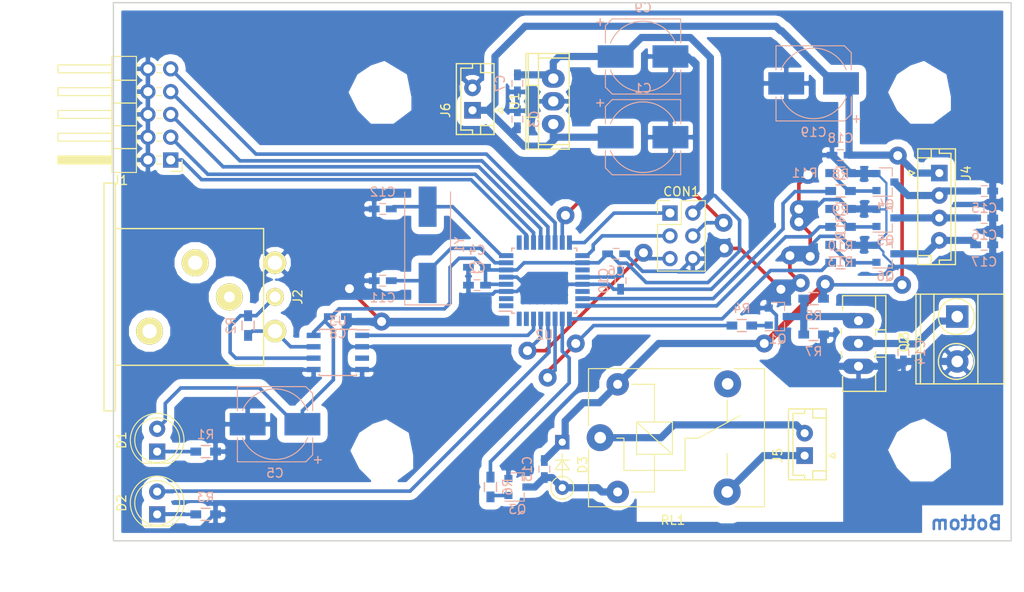
<source format=kicad_pcb>
(kicad_pcb (version 20170123) (host pcbnew "(2017-02-07 revision a5dcc192d)-master")
  (layers (0 F.Cu signal) (31 B.Cu signal) (34 B.Paste user) (35 F.Paste user) (36 B.SilkS user) (37 F.SilkS user) (38 B.Mask user) (39 F.Mask user) (44 Edge.Cuts user))
  (net 0 "")
  (net 1 GND)
  (net 2 +12V)
  (net 3 +5V)
  (net 4 "Net-(C10-Pad1)")
  (net 5 "Net-(C11-Pad2)")
  (net 6 "Net-(C12-Pad1)")
  (net 7 "Net-(C13-Pad2)")
  (net 8 "Net-(C14-Pad2)")
  (net 9 "Net-(C15-Pad1)")
  (net 10 "Net-(C16-Pad1)")
  (net 11 "Net-(C17-Pad1)")
  (net 12 /MISO)
  (net 13 /SCK)
  (net 14 /MOSI)
  (net 15 /RST)
  (net 16 "Net-(D1-Pad1)")
  (net 17 "Net-(D2-Pad2)")
  (net 18 "Net-(D2-Pad1)")
  (net 19 "Net-(J2-Pad2)")
  (net 20 "Net-(J2-Pad3)")
  (net 21 "Net-(Q1-Pad1)")
  (net 22 "Net-(Q3-Pad1)")
  (net 23 "Net-(Q4-Pad1)")
  (net 24 "Net-(Q5-Pad1)")
  (net 25 "Net-(Q6-Pad1)")
  (net 26 "Net-(R4-Pad2)")
  (net 27 "Net-(R6-Pad2)")
  (net 28 "Net-(R8-Pad2)")
  (net 29 "Net-(R9-Pad2)")
  (net 30 "Net-(R10-Pad2)")
  (net 31 "Net-(U2-Pad30)")
  (net 32 /A5)
  (net 33 /A4)
  (net 34 /A3)
  (net 35 /A2)
  (net 36 /A1)
  (net 37 "Net-(Q1-Pad3)")
  (net 38 /RELAY_A)
  (net 39 /RELAY_B)
  (module Connectors_JST:JST_EH_B02B-EH-A_02x2.50mm_Straight (layer F.Cu) (at 177 90.5 90)
    (fp_text reference J5 (at 0 -3 90) (layer F.SilkS))
    (fp_text value FogControl)
    (pad 1 thru_hole rect (at 0 0 90) (size 1.85 1.85) (drill 0.9) (layers *.Cu *.Mask) (net 38 /RELAY_A))
    (pad 2 thru_hole circle (at 2.5 0 90) (size 1.85 1.85) (drill 0.9) (layers *.Cu *.Mask) (net 39 /RELAY_B))
  )
  (module Mounting_Holes:MountingHole_3.2mm_M3 (layer F.Cu) (at 130 50)
    (fp_text reference REF** hide)
    (fp_text value MountingHole_3.2mm_M3)
    (pad 1 np_thru_hole circle (at 0 0) (size 3.2 3.2) (drill 3.2) (layers *.Cu *.Mask))
  )
  (module Mounting_Holes:MountingHole_3.2mm_M3 (layer F.Cu) (at 190 50)
    (fp_text reference REF** hide)
    (fp_text value MountingHole_3.2mm_M3)
    (pad 1 np_thru_hole circle (at 0 0) (size 3.2 3.2) (drill 3.2) (layers *.Cu *.Mask))
  )
  (module Mounting_Holes:MountingHole_3.2mm_M3 (layer F.Cu) (at 190 90)
    (fp_text reference REF** hide)
    (fp_text value MountingHole_3.2mm_M3)
    (pad 1 np_thru_hole circle (at 0 0) (size 3.2 3.2) (drill 3.2) (layers *.Cu *.Mask))
  )
  (module Mounting_Holes:MountingHole_3.2mm_M3 (layer F.Cu) (at 130 90)
    (fp_text reference REF** hide)
    (fp_text value MountingHole_3.2mm_M3)
    (pad 1 np_thru_hole circle (at 0 0) (size 3.2 3.2) (drill 3.2) (layers *.Cu *.Mask))
  )
  (module Capacitors_SMD:CP_Elec_8x10 (layer B.Cu) (at 159 55)
    (fp_text reference C1 (at 0 -5.4483) (layer B.SilkS) (effects (justify mirror)))
    (fp_text value 330u)
    (fp_text user + (at -4.7752 -3.8989) (layer B.SilkS) (effects (justify mirror)))
    (pad 2 smd rect (at 3.05 0 180) (size 4 2.5) (layers B.Cu B.Paste B.Mask) (net 1 GND))
    (pad 1 smd rect (at -3.05 0 180) (size 4 2.5) (layers B.Cu B.Paste B.Mask) (net 2 +12V))
  )
  (module Capacitors_SMD:C_0603_HandSoldering (layer B.Cu) (at 140.5 71.5 180)
    (fp_text reference C2 (at 0 1.9 180) (layer B.SilkS) (effects (justify mirror)))
    (fp_text value 100n)
    (pad 2 smd rect (at 0.95 0 180) (size 1.2 0.75) (layers B.Cu B.Paste B.Mask) (net 1 GND))
    (pad 1 smd rect (at -0.95 0 180) (size 1.2 0.75) (layers B.Cu B.Paste B.Mask) (net 3 +5V))
  )
  (module Capacitors_SMD:C_0603_HandSoldering (layer B.Cu) (at 145 53 90)
    (fp_text reference C3 (at 0 1.9 90) (layer B.SilkS) (effects (justify mirror)))
    (fp_text value 100n)
    (pad 1 smd rect (at -0.95 0 90) (size 1.2 0.75) (layers B.Cu B.Paste B.Mask) (net 2 +12V))
    (pad 2 smd rect (at 0.95 0 90) (size 1.2 0.75) (layers B.Cu B.Paste B.Mask) (net 1 GND))
  )
  (module Capacitors_SMD:C_0603_HandSoldering (layer B.Cu) (at 140.5 69.5 180)
    (fp_text reference C4 (at 0 1.9 180) (layer B.SilkS) (effects (justify mirror)))
    (fp_text value 100n)
    (pad 1 smd rect (at -0.95 0 180) (size 1.2 0.75) (layers B.Cu B.Paste B.Mask) (net 3 +5V))
    (pad 2 smd rect (at 0.95 0 180) (size 1.2 0.75) (layers B.Cu B.Paste B.Mask) (net 1 GND))
  )
  (module Capacitors_SMD:CP_Elec_8x10 (layer B.Cu) (at 118 87 180)
    (fp_text reference C5 (at 0 -5.4483 180) (layer B.SilkS) (effects (justify mirror)))
    (fp_text value 330u)
    (fp_text user + (at -4.7752 -3.8989 180) (layer B.SilkS) (effects (justify mirror)))
    (pad 1 smd rect (at -3.05 0) (size 4 2.5) (layers B.Cu B.Paste B.Mask) (net 3 +5V))
    (pad 2 smd rect (at 3.05 0) (size 4 2.5) (layers B.Cu B.Paste B.Mask) (net 1 GND))
  )
  (module Capacitors_SMD:C_0603_HandSoldering (layer B.Cu) (at 156 68)
    (fp_text reference C6 (at 0 1.9) (layer B.SilkS) (effects (justify mirror)))
    (fp_text value 100n)
    (pad 2 smd rect (at 0.95 0) (size 1.2 0.75) (layers B.Cu B.Paste B.Mask) (net 1 GND))
    (pad 1 smd rect (at -0.95 0) (size 1.2 0.75) (layers B.Cu B.Paste B.Mask) (net 3 +5V))
  )
  (module Capacitors_SMD:C_0603_HandSoldering (layer B.Cu) (at 145 49 270)
    (fp_text reference C7 (at 0 1.9 270) (layer B.SilkS) (effects (justify mirror)))
    (fp_text value 100n)
    (pad 1 smd rect (at -0.95 0 270) (size 1.2 0.75) (layers B.Cu B.Paste B.Mask) (net 3 +5V))
    (pad 2 smd rect (at 0.95 0 270) (size 1.2 0.75) (layers B.Cu B.Paste B.Mask) (net 1 GND))
  )
  (module Capacitors_SMD:C_0603_HandSoldering (layer B.Cu) (at 125 75)
    (fp_text reference C8 (at 0 1.9) (layer B.SilkS) (effects (justify mirror)))
    (fp_text value 100n)
    (pad 2 smd rect (at 0.95 0) (size 1.2 0.75) (layers B.Cu B.Paste B.Mask) (net 1 GND))
    (pad 1 smd rect (at -0.95 0) (size 1.2 0.75) (layers B.Cu B.Paste B.Mask) (net 3 +5V))
  )
  (module Capacitors_SMD:CP_Elec_8x10 (layer B.Cu) (at 159 46)
    (fp_text reference C9 (at 0 -5.4483) (layer B.SilkS) (effects (justify mirror)))
    (fp_text value 330u)
    (fp_text user + (at -4.7752 -3.8989) (layer B.SilkS) (effects (justify mirror)))
    (pad 2 smd rect (at 3.05 0 180) (size 4 2.5) (layers B.Cu B.Paste B.Mask) (net 1 GND))
    (pad 1 smd rect (at -3.05 0 180) (size 4 2.5) (layers B.Cu B.Paste B.Mask) (net 3 +5V))
  )
  (module Capacitors_SMD:C_0603_HandSoldering (layer B.Cu) (at 156.5 71 270)
    (fp_text reference C10 (at 0 1.9 270) (layer B.SilkS) (effects (justify mirror)))
    (fp_text value 100n)
    (pad 1 smd rect (at -0.95 0 270) (size 1.2 0.75) (layers B.Cu B.Paste B.Mask) (net 4 "Net-(C10-Pad1)"))
    (pad 2 smd rect (at 0.95 0 270) (size 1.2 0.75) (layers B.Cu B.Paste B.Mask) (net 1 GND))
  )
  (module Capacitors_SMD:C_0603_HandSoldering (layer B.Cu) (at 130 71)
    (fp_text reference C11 (at 0 1.9) (layer B.SilkS) (effects (justify mirror)))
    (fp_text value 27p)
    (pad 1 smd rect (at -0.95 0) (size 1.2 0.75) (layers B.Cu B.Paste B.Mask) (net 1 GND))
    (pad 2 smd rect (at 0.95 0) (size 1.2 0.75) (layers B.Cu B.Paste B.Mask) (net 5 "Net-(C11-Pad2)"))
  )
  (module Capacitors_SMD:C_0603_HandSoldering (layer B.Cu) (at 130 63 180)
    (fp_text reference C12 (at 0 1.9 180) (layer B.SilkS) (effects (justify mirror)))
    (fp_text value 27p)
    (pad 2 smd rect (at 0.95 0 180) (size 1.2 0.75) (layers B.Cu B.Paste B.Mask) (net 1 GND))
    (pad 1 smd rect (at -0.95 0 180) (size 1.2 0.75) (layers B.Cu B.Paste B.Mask) (net 6 "Net-(C12-Pad1)"))
  )
  (module Capacitors_SMD:C_0603_HandSoldering (layer B.Cu) (at 148 92 270)
    (fp_text reference C13 (at 0 1.9 270) (layer B.SilkS) (effects (justify mirror)))
    (fp_text value 100n)
    (pad 1 smd rect (at -0.95 0 270) (size 1.2 0.75) (layers B.Cu B.Paste B.Mask) (net 2 +12V))
    (pad 2 smd rect (at 0.95 0 270) (size 1.2 0.75) (layers B.Cu B.Paste B.Mask) (net 7 "Net-(C13-Pad2)"))
  )
  (module Capacitors_SMD:C_0603_HandSoldering (layer B.Cu) (at 188 79 90)
    (fp_text reference C14 (at 0 1.9 90) (layer B.SilkS) (effects (justify mirror)))
    (fp_text value 100n)
    (pad 2 smd rect (at 0.95 0 90) (size 1.2 0.75) (layers B.Cu B.Paste B.Mask) (net 8 "Net-(C14-Pad2)"))
    (pad 1 smd rect (at -0.95 0 90) (size 1.2 0.75) (layers B.Cu B.Paste B.Mask) (net 1 GND))
  )
  (module Capacitors_SMD:C_0603_HandSoldering (layer B.Cu) (at 197 61)
    (fp_text reference C15 (at 0 1.9) (layer B.SilkS) (effects (justify mirror)))
    (fp_text value 100n)
    (pad 2 smd rect (at 0.95 0) (size 1.2 0.75) (layers B.Cu B.Paste B.Mask) (net 1 GND))
    (pad 1 smd rect (at -0.95 0) (size 1.2 0.75) (layers B.Cu B.Paste B.Mask) (net 9 "Net-(C15-Pad1)"))
  )
  (module Capacitors_SMD:C_0603_HandSoldering (layer B.Cu) (at 197 64)
    (fp_text reference C16 (at 0 1.9) (layer B.SilkS) (effects (justify mirror)))
    (fp_text value 100n)
    (pad 1 smd rect (at -0.95 0) (size 1.2 0.75) (layers B.Cu B.Paste B.Mask) (net 10 "Net-(C16-Pad1)"))
    (pad 2 smd rect (at 0.95 0) (size 1.2 0.75) (layers B.Cu B.Paste B.Mask) (net 1 GND))
  )
  (module Capacitors_SMD:C_0603_HandSoldering (layer B.Cu) (at 197 67)
    (fp_text reference C17 (at 0 1.9) (layer B.SilkS) (effects (justify mirror)))
    (fp_text value 100n)
    (pad 2 smd rect (at 0.95 0) (size 1.2 0.75) (layers B.Cu B.Paste B.Mask) (net 1 GND))
    (pad 1 smd rect (at -0.95 0) (size 1.2 0.75) (layers B.Cu B.Paste B.Mask) (net 11 "Net-(C17-Pad1)"))
  )
  (module Capacitors_SMD:C_0603_HandSoldering (layer B.Cu) (at 181 57 180)
    (fp_text reference C18 (at 0 1.9 180) (layer B.SilkS) (effects (justify mirror)))
    (fp_text value 100n)
    (pad 1 smd rect (at -0.95 0 180) (size 1.2 0.75) (layers B.Cu B.Paste B.Mask) (net 2 +12V))
    (pad 2 smd rect (at 0.95 0 180) (size 1.2 0.75) (layers B.Cu B.Paste B.Mask) (net 1 GND))
  )
  (module Capacitors_SMD:CP_Elec_8x10 (layer B.Cu) (at 178 49 180)
    (fp_text reference C19 (at 0 -5.4483 180) (layer B.SilkS) (effects (justify mirror)))
    (fp_text value 330u)
    (fp_text user + (at -4.7752 -3.8989 180) (layer B.SilkS) (effects (justify mirror)))
    (pad 1 smd rect (at -3.05 0) (size 4 2.5) (layers B.Cu B.Paste B.Mask) (net 2 +12V))
    (pad 2 smd rect (at 3.05 0) (size 4 2.5) (layers B.Cu B.Paste B.Mask) (net 1 GND))
  )
  (module Pin_Headers:Pin_Header_Straight_2x03_Pitch2.54mm (layer F.Cu) (at 162 63.46)
    (fp_text reference CON1 (at 1.27 -2.39) (layer F.SilkS))
    (fp_text value AVR-ISP-6)
    (pad 1 thru_hole rect (at 0 0) (size 1.7 1.7) (drill 1) (layers *.Cu *.Mask) (net 12 /MISO))
    (pad 2 thru_hole oval (at 2.54 0) (size 1.7 1.7) (drill 1) (layers *.Cu *.Mask) (net 3 +5V))
    (pad 3 thru_hole oval (at 0 2.54) (size 1.7 1.7) (drill 1) (layers *.Cu *.Mask) (net 13 /SCK))
    (pad 4 thru_hole oval (at 2.54 2.54) (size 1.7 1.7) (drill 1) (layers *.Cu *.Mask) (net 14 /MOSI))
    (pad 5 thru_hole oval (at 0 5.08) (size 1.7 1.7) (drill 1) (layers *.Cu *.Mask) (net 15 /RST))
    (pad 6 thru_hole oval (at 2.54 5.08) (size 1.7 1.7) (drill 1) (layers *.Cu *.Mask) (net 1 GND))
  )
  (module LEDs:LED_D5.0mm (layer F.Cu) (at 104.872444 90.05252 90)
    (fp_text reference D1 (at 1.27 -3.96 90) (layer F.SilkS))
    (fp_text value GreenPwr)
    (pad 1 thru_hole rect (at 0 0 90) (size 1.8 1.8) (drill 0.9) (layers *.Cu *.Mask) (net 16 "Net-(D1-Pad1)"))
    (pad 2 thru_hole circle (at 2.54 0 90) (size 1.8 1.8) (drill 0.9) (layers *.Cu *.Mask) (net 3 +5V))
  )
  (module LEDs:LED_D5.0mm (layer F.Cu) (at 104.872444 97.05252 90)
    (fp_text reference D2 (at 1.27 -3.96 90) (layer F.SilkS))
    (fp_text value RedSignal)
    (pad 2 thru_hole circle (at 2.54 0 90) (size 1.8 1.8) (drill 0.9) (layers *.Cu *.Mask) (net 17 "Net-(D2-Pad2)"))
    (pad 1 thru_hole rect (at 0 0 90) (size 1.8 1.8) (drill 0.9) (layers *.Cu *.Mask) (net 18 "Net-(D2-Pad1)"))
  )
  (module Diodes_THT:D_DO-35_SOD27_P5.08mm_Vertical_KathodeUp (layer F.Cu) (at 150 89 270)
    (fp_text reference D3 (at 2.54 -2.266371 270) (layer F.SilkS))
    (fp_text value 1N4001)
    (pad 1 thru_hole rect (at 0 0 270) (size 1.6 1.6) (drill 0.8) (layers *.Cu *.Mask) (net 2 +12V))
    (pad 2 thru_hole oval (at 5.08 0 270) (size 1.6 1.6) (drill 0.8) (layers *.Cu *.Mask) (net 7 "Net-(C13-Pad2)"))
  )
  (module xlr:XLR_NC3_MAH (layer F.Cu) (at 118 72.81 90)
    (fp_text reference J2 (at 0 2.54 90) (layer F.SilkS))
    (fp_text value DmxIn)
    (pad 1 thru_hole circle (at 3.81 0 90) (size 2.5 2.5) (drill 1.6) (layers *.Cu *.Mask F.SilkS) (net 1 GND))
    (pad 2 thru_hole circle (at -3.81 0 90) (size 2.5 2.5) (drill 1.6) (layers *.Cu *.Mask F.SilkS) (net 19 "Net-(J2-Pad2)"))
    (pad 3 thru_hole circle (at 0 0 90) (size 2 2) (drill 1.2) (layers *.Cu *.Mask F.SilkS) (net 20 "Net-(J2-Pad3)"))
    (pad "" thru_hole circle (at 0 -5.08 90) (size 3 3) (drill 1.2) (layers *.Cu *.Mask F.SilkS))
    (pad "" np_thru_hole circle (at 3.81 -8.89 90) (size 3 3) (drill 1.6) (layers *.Cu *.Mask F.SilkS))
    (pad "" np_thru_hole circle (at -3.81 -13.97 90) (size 3 3) (drill 1.6) (layers *.Cu *.Mask F.SilkS))
  )
  (module Connectors_Terminal_Blocks:TerminalBlock_Pheonix_MKDS1.5-2pol (layer F.Cu) (at 194 75 270)
    (fp_text reference J3 (at 2.5 5.9 270) (layer F.SilkS))
    (fp_text value "LED Strobe")
    (pad 1 thru_hole rect (at 0 0 270) (size 2.5 2.5) (drill 1.3) (layers *.Cu *.Mask) (net 8 "Net-(C14-Pad2)"))
    (pad 2 thru_hole circle (at 5 0 270) (size 2.5 2.5) (drill 1.3) (layers *.Cu *.Mask) (net 1 GND))
  )
  (module Connectors_JST:JST_EH_B04B-EH-A_04x2.50mm_Straight (layer F.Cu) (at 192 59 270)
    (fp_text reference J4 (at 0 -3 270) (layer F.SilkS))
    (fp_text value RGB)
    (pad 1 thru_hole rect (at 0 0 270) (size 1.85 1.85) (drill 0.9) (layers *.Cu *.Mask) (net 2 +12V))
    (pad 2 thru_hole circle (at 2.5 0 270) (size 1.85 1.85) (drill 0.9) (layers *.Cu *.Mask) (net 9 "Net-(C15-Pad1)"))
    (pad 3 thru_hole circle (at 5 0 270) (size 1.85 1.85) (drill 0.9) (layers *.Cu *.Mask) (net 10 "Net-(C16-Pad1)"))
    (pad 4 thru_hole circle (at 7.5 0 270) (size 1.85 1.85) (drill 0.9) (layers *.Cu *.Mask) (net 11 "Net-(C17-Pad1)"))
  )
  (module TO_SOT_Packages_SMD:SOT-23 (layer B.Cu) (at 174 75)
    (fp_text reference Q1 (at 0 2.5) (layer B.SilkS) (effects (justify mirror)))
    (fp_text value BC848B)
    (pad 1 smd rect (at -1 0.95) (size 0.9 0.8) (layers B.Cu B.Paste B.Mask) (net 21 "Net-(Q1-Pad1)"))
    (pad 2 smd rect (at -1 -0.95) (size 0.9 0.8) (layers B.Cu B.Paste B.Mask) (net 1 GND))
    (pad 3 smd rect (at 1 0) (size 0.9 0.8) (layers B.Cu B.Paste B.Mask) (net 37 "Net-(Q1-Pad3)"))
  )
  (module TO_SOT_Packages_THT:TO-220_Neutral123_Vertical_LargePads (layer F.Cu) (at 183 78 270)
    (fp_text reference Q2 (at 0 -5.08 270) (layer F.SilkS))
    (fp_text value RF540N)
    (pad 2 thru_hole oval (at 0 0) (size 3.50012 1.69926) (drill 1.00076) (layers *.Cu *.Mask) (net 8 "Net-(C14-Pad2)"))
    (pad 1 thru_hole oval (at -2.54 0) (size 3.50012 1.69926) (drill 1.00076) (layers *.Cu *.Mask) (net 37 "Net-(Q1-Pad3)"))
    (pad 3 thru_hole oval (at 2.54 0) (size 3.50012 1.69926) (drill 1.00076) (layers *.Cu *.Mask) (net 1 GND))
  )
  (module TO_SOT_Packages_SMD:SOT-23 (layer B.Cu) (at 145 94)
    (fp_text reference Q3 (at 0 2.5) (layer B.SilkS) (effects (justify mirror)))
    (fp_text value BC848B)
    (pad 3 smd rect (at 1 0) (size 0.9 0.8) (layers B.Cu B.Paste B.Mask) (net 7 "Net-(C13-Pad2)"))
    (pad 2 smd rect (at -1 -0.95) (size 0.9 0.8) (layers B.Cu B.Paste B.Mask) (net 1 GND))
    (pad 1 smd rect (at -1 0.95) (size 0.9 0.8) (layers B.Cu B.Paste B.Mask) (net 22 "Net-(Q3-Pad1)"))
  )
  (module TO_SOT_Packages_SMD:SOT-23 (layer B.Cu) (at 186 60)
    (fp_text reference Q4 (at 0 2.5) (layer B.SilkS) (effects (justify mirror)))
    (fp_text value Si2302DS)
    (pad 1 smd rect (at -1 0.95) (size 0.9 0.8) (layers B.Cu B.Paste B.Mask) (net 23 "Net-(Q4-Pad1)"))
    (pad 2 smd rect (at -1 -0.95) (size 0.9 0.8) (layers B.Cu B.Paste B.Mask) (net 1 GND))
    (pad 3 smd rect (at 1 0) (size 0.9 0.8) (layers B.Cu B.Paste B.Mask) (net 9 "Net-(C15-Pad1)"))
  )
  (module TO_SOT_Packages_SMD:SOT-23 (layer B.Cu) (at 186 64)
    (fp_text reference Q5 (at 0 2.5) (layer B.SilkS) (effects (justify mirror)))
    (fp_text value Si2302DS)
    (pad 3 smd rect (at 1 0) (size 0.9 0.8) (layers B.Cu B.Paste B.Mask) (net 10 "Net-(C16-Pad1)"))
    (pad 2 smd rect (at -1 -0.95) (size 0.9 0.8) (layers B.Cu B.Paste B.Mask) (net 1 GND))
    (pad 1 smd rect (at -1 0.95) (size 0.9 0.8) (layers B.Cu B.Paste B.Mask) (net 24 "Net-(Q5-Pad1)"))
  )
  (module TO_SOT_Packages_SMD:SOT-23 (layer B.Cu) (at 186 68)
    (fp_text reference Q6 (at 0 2.5) (layer B.SilkS) (effects (justify mirror)))
    (fp_text value Si2302DS)
    (pad 1 smd rect (at -1 0.95) (size 0.9 0.8) (layers B.Cu B.Paste B.Mask) (net 25 "Net-(Q6-Pad1)"))
    (pad 2 smd rect (at -1 -0.95) (size 0.9 0.8) (layers B.Cu B.Paste B.Mask) (net 1 GND))
    (pad 3 smd rect (at 1 0) (size 0.9 0.8) (layers B.Cu B.Paste B.Mask) (net 11 "Net-(C17-Pad1)"))
  )
  (module Resistors_SMD:R_0603_HandSoldering (layer B.Cu) (at 110.272444 90.05252 180)
    (fp_text reference R1 (at 0 1.9 180) (layer B.SilkS) (effects (justify mirror)))
    (fp_text value 330)
    (pad 1 smd rect (at -1.1 0 180) (size 1.2 0.9) (layers B.Cu B.Paste B.Mask) (net 1 GND))
    (pad 2 smd rect (at 1.1 0 180) (size 1.2 0.9) (layers B.Cu B.Paste B.Mask) (net 16 "Net-(D1-Pad1)"))
  )
  (module Resistors_SMD:R_0603_HandSoldering (layer B.Cu) (at 115 76 270)
    (fp_text reference R2 (at 0 1.9 270) (layer B.SilkS) (effects (justify mirror)))
    (fp_text value 120?)
    (pad 1 smd rect (at -1.1 0 270) (size 1.2 0.9) (layers B.Cu B.Paste B.Mask) (net 20 "Net-(J2-Pad3)"))
    (pad 2 smd rect (at 1.1 0 270) (size 1.2 0.9) (layers B.Cu B.Paste B.Mask) (net 19 "Net-(J2-Pad2)"))
  )
  (module Resistors_SMD:R_0603_HandSoldering (layer B.Cu) (at 110.272444 97.05252 180)
    (fp_text reference R3 (at 0 1.9 180) (layer B.SilkS) (effects (justify mirror)))
    (fp_text value 330)
    (pad 2 smd rect (at 1.1 0 180) (size 1.2 0.9) (layers B.Cu B.Paste B.Mask) (net 18 "Net-(D2-Pad1)"))
    (pad 1 smd rect (at -1.1 0 180) (size 1.2 0.9) (layers B.Cu B.Paste B.Mask) (net 1 GND))
  )
  (module Resistors_SMD:R_0603_HandSoldering (layer B.Cu) (at 170 76 180)
    (fp_text reference R4 (at 0 1.9 180) (layer B.SilkS) (effects (justify mirror)))
    (fp_text value 330)
    (pad 2 smd rect (at 1.1 0 180) (size 1.2 0.9) (layers B.Cu B.Paste B.Mask) (net 26 "Net-(R4-Pad2)"))
    (pad 1 smd rect (at -1.1 0 180) (size 1.2 0.9) (layers B.Cu B.Paste B.Mask) (net 21 "Net-(Q1-Pad1)"))
  )
  (module Resistors_SMD:R_0603_HandSoldering (layer B.Cu) (at 178 73)
    (fp_text reference R5 (at 0 1.9) (layer B.SilkS) (effects (justify mirror)))
    (fp_text value 10k)
    (pad 1 smd rect (at -1.1 0) (size 1.2 0.9) (layers B.Cu B.Paste B.Mask) (net 37 "Net-(Q1-Pad3)"))
    (pad 2 smd rect (at 1.1 0) (size 1.2 0.9) (layers B.Cu B.Paste B.Mask) (net 2 +12V))
  )
  (module Resistors_SMD:R_0603_HandSoldering (layer B.Cu) (at 142 94 90)
    (fp_text reference R6 (at 0 1.9 90) (layer B.SilkS) (effects (justify mirror)))
    (fp_text value 330)
    (pad 2 smd rect (at 1.1 0 90) (size 1.2 0.9) (layers B.Cu B.Paste B.Mask) (net 27 "Net-(R6-Pad2)"))
    (pad 1 smd rect (at -1.1 0 90) (size 1.2 0.9) (layers B.Cu B.Paste B.Mask) (net 22 "Net-(Q3-Pad1)"))
  )
  (module Resistors_SMD:R_0603_HandSoldering (layer B.Cu) (at 178 77)
    (fp_text reference R7 (at 0 1.9) (layer B.SilkS) (effects (justify mirror)))
    (fp_text value 1M)
    (pad 2 smd rect (at 1.1 0) (size 1.2 0.9) (layers B.Cu B.Paste B.Mask) (net 1 GND))
    (pad 1 smd rect (at -1.1 0) (size 1.2 0.9) (layers B.Cu B.Paste B.Mask) (net 37 "Net-(Q1-Pad3)"))
  )
  (module Resistors_SMD:R_0603_HandSoldering (layer B.Cu) (at 181 61 180)
    (fp_text reference R8 (at 0 1.9 180) (layer B.SilkS) (effects (justify mirror)))
    (fp_text value 100)
    (pad 1 smd rect (at -1.1 0 180) (size 1.2 0.9) (layers B.Cu B.Paste B.Mask) (net 23 "Net-(Q4-Pad1)"))
    (pad 2 smd rect (at 1.1 0 180) (size 1.2 0.9) (layers B.Cu B.Paste B.Mask) (net 28 "Net-(R8-Pad2)"))
  )
  (module Resistors_SMD:R_0603_HandSoldering (layer B.Cu) (at 181 65 180)
    (fp_text reference R9 (at 0 1.9 180) (layer B.SilkS) (effects (justify mirror)))
    (fp_text value 100)
    (pad 1 smd rect (at -1.1 0 180) (size 1.2 0.9) (layers B.Cu B.Paste B.Mask) (net 24 "Net-(Q5-Pad1)"))
    (pad 2 smd rect (at 1.1 0 180) (size 1.2 0.9) (layers B.Cu B.Paste B.Mask) (net 29 "Net-(R9-Pad2)"))
  )
  (module Resistors_SMD:R_0603_HandSoldering (layer B.Cu) (at 181 69 180)
    (fp_text reference R10 (at 0 1.9 180) (layer B.SilkS) (effects (justify mirror)))
    (fp_text value 100)
    (pad 1 smd rect (at -1.1 0 180) (size 1.2 0.9) (layers B.Cu B.Paste B.Mask) (net 25 "Net-(Q6-Pad1)"))
    (pad 2 smd rect (at 1.1 0 180) (size 1.2 0.9) (layers B.Cu B.Paste B.Mask) (net 30 "Net-(R10-Pad2)"))
  )
  (module Resistors_SMD:R_0603_HandSoldering (layer B.Cu) (at 181 59)
    (fp_text reference R11 (at -4 0) (layer B.SilkS) (effects (justify mirror)))
    (fp_text value 1M)
    (pad 2 smd rect (at 1.1 0) (size 1.2 0.9) (layers B.Cu B.Paste B.Mask) (net 1 GND))
    (pad 1 smd rect (at -1.1 0) (size 1.2 0.9) (layers B.Cu B.Paste B.Mask) (net 23 "Net-(Q4-Pad1)"))
  )
  (module Resistors_SMD:R_0603_HandSoldering (layer B.Cu) (at 181 63)
    (fp_text reference R12 (at 0 1.9 90) (layer B.SilkS) (effects (justify mirror)))
    (fp_text value 1M)
    (pad 2 smd rect (at 1.1 0) (size 1.2 0.9) (layers B.Cu B.Paste B.Mask) (net 1 GND))
    (pad 1 smd rect (at -1.1 0) (size 1.2 0.9) (layers B.Cu B.Paste B.Mask) (net 24 "Net-(Q5-Pad1)"))
  )
  (module Resistors_SMD:R_0603_HandSoldering (layer B.Cu) (at 181 67)
    (fp_text reference R13 (at 0 1.9) (layer B.SilkS) (effects (justify mirror)))
    (fp_text value 1M)
    (pad 1 smd rect (at -1.1 0) (size 1.2 0.9) (layers B.Cu B.Paste B.Mask) (net 25 "Net-(Q6-Pad1)"))
    (pad 2 smd rect (at 1.1 0) (size 1.2 0.9) (layers B.Cu B.Paste B.Mask) (net 1 GND))
  )
  (module finder:Relay_Finder_series36 (layer F.Cu) (at 154.222444 88.50252)
    (fp_text reference RL1 (at 8.1 9.2) (layer F.SilkS))
    (fp_text value FINDER-36.11.4001)
    (pad 11 thru_hole circle (at 0 0 90) (size 3 3) (drill 1.3) (layers *.Cu *.Mask) (net 39 /RELAY_B))
    (pad A1 thru_hole circle (at 1.95 -5.95 90) (size 2.5 2.5) (drill 1) (layers *.Cu *.Mask) (net 2 +12V))
    (pad 12 thru_hole circle (at 14.2 -6 90) (size 3 3) (drill 1.3) (layers *.Cu *.Mask))
    (pad 14 thru_hole circle (at 14.15 6.05 90) (size 3 3) (drill 1.3) (layers *.Cu *.Mask) (net 38 /RELAY_A))
    (pad A2 thru_hole circle (at 1.95 6.05 90) (size 2.5 2.5) (drill 1) (layers *.Cu *.Mask) (net 7 "Net-(C13-Pad2)"))
  )
  (module Housings_QFP:TQFP-32_7x7mm_Pitch0.8mm (layer B.Cu) (at 148 71)
    (fp_text reference U2 (at 0 6.05) (layer B.SilkS) (effects (justify mirror)))
    (fp_text value ATMEGA88-20AU)
    (pad 1 smd rect (at -4.25 2.8) (size 1.6 0.55) (layers B.Cu B.Paste B.Mask))
    (pad 2 smd rect (at -4.25 2) (size 1.6 0.55) (layers B.Cu B.Paste B.Mask))
    (pad 3 smd rect (at -4.25 1.2) (size 1.6 0.55) (layers B.Cu B.Paste B.Mask) (net 1 GND))
    (pad 4 smd rect (at -4.25 0.4) (size 1.6 0.55) (layers B.Cu B.Paste B.Mask) (net 3 +5V))
    (pad 5 smd rect (at -4.25 -0.4) (size 1.6 0.55) (layers B.Cu B.Paste B.Mask) (net 1 GND))
    (pad 6 smd rect (at -4.25 -1.2) (size 1.6 0.55) (layers B.Cu B.Paste B.Mask) (net 3 +5V))
    (pad 7 smd rect (at -4.25 -2) (size 1.6 0.55) (layers B.Cu B.Paste B.Mask) (net 5 "Net-(C11-Pad2)"))
    (pad 8 smd rect (at -4.25 -2.8) (size 1.6 0.55) (layers B.Cu B.Paste B.Mask) (net 6 "Net-(C12-Pad1)"))
    (pad 9 smd rect (at -2.8 -4.25 270) (size 1.6 0.55) (layers B.Cu B.Paste B.Mask))
    (pad 10 smd rect (at -2 -4.25 270) (size 1.6 0.55) (layers B.Cu B.Paste B.Mask) (net 32 /A5))
    (pad 11 smd rect (at -1.2 -4.25 270) (size 1.6 0.55) (layers B.Cu B.Paste B.Mask) (net 33 /A4))
    (pad 12 smd rect (at -0.4 -4.25 270) (size 1.6 0.55) (layers B.Cu B.Paste B.Mask) (net 34 /A3))
    (pad 13 smd rect (at 0.4 -4.25 270) (size 1.6 0.55) (layers B.Cu B.Paste B.Mask) (net 35 /A2))
    (pad 14 smd rect (at 1.2 -4.25 270) (size 1.6 0.55) (layers B.Cu B.Paste B.Mask) (net 36 /A1))
    (pad 15 smd rect (at 2 -4.25 270) (size 1.6 0.55) (layers B.Cu B.Paste B.Mask) (net 14 /MOSI))
    (pad 16 smd rect (at 2.8 -4.25 270) (size 1.6 0.55) (layers B.Cu B.Paste B.Mask) (net 12 /MISO))
    (pad 17 smd rect (at 4.25 -2.8) (size 1.6 0.55) (layers B.Cu B.Paste B.Mask) (net 13 /SCK))
    (pad 18 smd rect (at 4.25 -2) (size 1.6 0.55) (layers B.Cu B.Paste B.Mask) (net 3 +5V))
    (pad 19 smd rect (at 4.25 -1.2) (size 1.6 0.55) (layers B.Cu B.Paste B.Mask))
    (pad 20 smd rect (at 4.25 -0.4) (size 1.6 0.55) (layers B.Cu B.Paste B.Mask) (net 4 "Net-(C10-Pad1)"))
    (pad 21 smd rect (at 4.25 0.4) (size 1.6 0.55) (layers B.Cu B.Paste B.Mask) (net 1 GND))
    (pad 22 smd rect (at 4.25 1.2) (size 1.6 0.55) (layers B.Cu B.Paste B.Mask))
    (pad 23 smd rect (at 4.25 2) (size 1.6 0.55) (layers B.Cu B.Paste B.Mask) (net 28 "Net-(R8-Pad2)"))
    (pad 24 smd rect (at 4.25 2.8) (size 1.6 0.55) (layers B.Cu B.Paste B.Mask) (net 29 "Net-(R9-Pad2)"))
    (pad 25 smd rect (at 2.8 4.25 270) (size 1.6 0.55) (layers B.Cu B.Paste B.Mask) (net 30 "Net-(R10-Pad2)"))
    (pad 26 smd rect (at 2 4.25 270) (size 1.6 0.55) (layers B.Cu B.Paste B.Mask) (net 27 "Net-(R6-Pad2)"))
    (pad 27 smd rect (at 1.2 4.25 270) (size 1.6 0.55) (layers B.Cu B.Paste B.Mask) (net 26 "Net-(R4-Pad2)"))
    (pad 28 smd rect (at 0.4 4.25 270) (size 1.6 0.55) (layers B.Cu B.Paste B.Mask) (net 17 "Net-(D2-Pad2)"))
    (pad 29 smd rect (at -0.4 4.25 270) (size 1.6 0.55) (layers B.Cu B.Paste B.Mask) (net 15 /RST))
    (pad 30 smd rect (at -1.2 4.25 270) (size 1.6 0.55) (layers B.Cu B.Paste B.Mask) (net 31 "Net-(U2-Pad30)"))
    (pad 31 smd rect (at -2 4.25 270) (size 1.6 0.55) (layers B.Cu B.Paste B.Mask))
    (pad 32 smd rect (at -2.8 4.25 270) (size 1.6 0.55) (layers B.Cu B.Paste B.Mask))
  )
  (module Housings_SOIC:SOIC-8_3.9x4.9mm_Pitch1.27mm (layer B.Cu) (at 125 79 180)
    (fp_text reference U3 (at 0 3.5 180) (layer B.SilkS) (effects (justify mirror)))
    (fp_text value SP3485EN)
    (pad 1 smd rect (at -2.7 1.905 180) (size 1.55 0.6) (layers B.Cu B.Paste B.Mask) (net 31 "Net-(U2-Pad30)"))
    (pad 2 smd rect (at -2.7 0.635 180) (size 1.55 0.6) (layers B.Cu B.Paste B.Mask) (net 1 GND))
    (pad 3 smd rect (at -2.7 -0.635 180) (size 1.55 0.6) (layers B.Cu B.Paste B.Mask))
    (pad 4 smd rect (at -2.7 -1.905 180) (size 1.55 0.6) (layers B.Cu B.Paste B.Mask) (net 1 GND))
    (pad 5 smd rect (at 2.7 -1.905 180) (size 1.55 0.6) (layers B.Cu B.Paste B.Mask) (net 1 GND))
    (pad 6 smd rect (at 2.7 -0.635 180) (size 1.55 0.6) (layers B.Cu B.Paste B.Mask) (net 20 "Net-(J2-Pad3)"))
    (pad 7 smd rect (at 2.7 0.635 180) (size 1.55 0.6) (layers B.Cu B.Paste B.Mask) (net 19 "Net-(J2-Pad2)"))
    (pad 8 smd rect (at 2.7 1.905 180) (size 1.55 0.6) (layers B.Cu B.Paste B.Mask) (net 3 +5V))
  )
  (module Power_Integrations:TO-220 (layer F.Cu) (at 149 51 90)
    (fp_text reference U1 (at 0 -4.318 90) (layer F.SilkS))
    (fp_text value LM7805CT)
    (pad 2 thru_hole oval (at 0 0 90) (size 2.032 2.54) (drill 1.143) (layers *.Cu *.Mask) (net 1 GND))
    (pad 3 thru_hole oval (at 2.54 0 90) (size 2.032 2.54) (drill 1.143) (layers *.Cu *.Mask) (net 3 +5V))
    (pad 1 thru_hole oval (at -2.54 0 90) (size 2.032 2.54) (drill 1.143) (layers *.Cu *.Mask) (net 2 +12V))
  )
  (module Connectors_JST:JST_EH_B02B-EH-A_02x2.50mm_Straight (layer F.Cu) (at 140 52 90)
    (fp_text reference J6 (at 0 -3 90) (layer F.SilkS))
    (fp_text value Power)
    (pad 1 thru_hole rect (at 0 0 90) (size 1.85 1.85) (drill 0.9) (layers *.Cu *.Mask) (net 2 +12V))
    (pad 2 thru_hole circle (at 2.5 0 90) (size 1.85 1.85) (drill 0.9) (layers *.Cu *.Mask) (net 1 GND))
  )
  (module Pin_Headers:Pin_Header_Angled_2x05_Pitch2.54mm (layer F.Cu) (at 106.38 57.54 180)
    (fp_text reference J1 (at 5.585 -2.27 180) (layer F.SilkS))
    (fp_text value CONN_02X05)
    (pad 1 thru_hole rect (at 0 0 180) (size 1.7 1.7) (drill 1) (layers *.Cu *.Mask) (net 32 /A5))
    (pad 2 thru_hole oval (at 2.54 0 180) (size 1.7 1.7) (drill 1) (layers *.Cu *.Mask) (net 1 GND))
    (pad 3 thru_hole oval (at 0 2.54 180) (size 1.7 1.7) (drill 1) (layers *.Cu *.Mask) (net 33 /A4))
    (pad 4 thru_hole oval (at 2.54 2.54 180) (size 1.7 1.7) (drill 1) (layers *.Cu *.Mask) (net 1 GND))
    (pad 5 thru_hole oval (at 0 5.08 180) (size 1.7 1.7) (drill 1) (layers *.Cu *.Mask) (net 34 /A3))
    (pad 6 thru_hole oval (at 2.54 5.08 180) (size 1.7 1.7) (drill 1) (layers *.Cu *.Mask) (net 1 GND))
    (pad 7 thru_hole oval (at 0 7.62 180) (size 1.7 1.7) (drill 1) (layers *.Cu *.Mask) (net 35 /A2))
    (pad 8 thru_hole oval (at 2.54 7.62 180) (size 1.7 1.7) (drill 1) (layers *.Cu *.Mask) (net 1 GND))
    (pad 9 thru_hole oval (at 0 10.16 180) (size 1.7 1.7) (drill 1) (layers *.Cu *.Mask) (net 36 /A1))
    (pad 10 thru_hole oval (at 2.54 10.16 180) (size 1.7 1.7) (drill 1) (layers *.Cu *.Mask) (net 1 GND))
  )
  (module Crystals:Crystal_SMD_HC49-SD (layer B.Cu) (at 135 67 90)
    (fp_text reference Y1 (at 0 3.55 90) (layer B.SilkS) (effects (justify mirror)))
    (fp_text value 16M0837)
    (pad 1 smd rect (at -4.25 0 90) (size 4.5 2) (layers B.Cu B.Mask) (net 5 "Net-(C11-Pad2)"))
    (pad 2 smd rect (at 4.25 0 90) (size 4.5 2) (layers B.Cu B.Mask) (net 6 "Net-(C12-Pad1)"))
  )
  (gr_text Bottom (at 195 98) (layer B.Cu) (effects (font (size 1.5 1.5) (thickness 0.3)) (justify mirror)))
  (gr_line (start 200 40) (end 200 100) (layer Edge.Cuts) (width 0.15))
  (gr_line (start 100 40) (end 200 40) (layer Edge.Cuts) (width 0.15))
  (gr_line (start 100 100) (end 100 40) (layer Edge.Cuts) (width 0.15))
  (gr_line (start 200 100) (end 100 100) (layer Edge.Cuts) (width 0.15))
  (segment (start 176.262062 79.19006) (end 179.1 79.19006) (width 0.4) (layer B.Cu) (net 1))
  (segment (start 173.05 74.05) (end 173.85 74.85) (width 0.4) (layer B.Cu) (net 1))
  (segment (start 173.85 76.777998) (end 176.262062 79.19006) (width 0.4) (layer B.Cu) (net 1))
  (segment (start 173.85 74.85) (end 173.85 76.777998) (width 0.4) (layer B.Cu) (net 1))
  (segment (start 173 74.05) (end 173.05 74.05) (width 0.4) (layer B.Cu) (net 1))
  (segment (start 186.105939 62.957998) (end 186.105939 65.774) (width 0.25) (layer B.Cu) (net 1))
  (segment (start 186.105939 65.774) (end 185 66.879939) (width 0.25) (layer B.Cu) (net 1))
  (segment (start 185 66.879939) (end 185 67.05) (width 0.25) (layer B.Cu) (net 1))
  (segment (start 125.95 75.039941) (end 126.462579 75.55252) (width 0.8) (layer B.Cu) (net 1))
  (segment (start 126.462579 75.55252) (end 129.872444 75.55252) (width 0.8) (layer B.Cu) (net 1))
  (segment (start 125.95 75) (end 125.95 75.039941) (width 0.8) (layer B.Cu) (net 1))
  (segment (start 126.294999 71.975075) (end 126.294999 71.88494) (width 0.4) (layer F.Cu) (net 1))
  (segment (start 129.872444 75.55252) (end 126.294999 71.975075) (width 0.4) (layer F.Cu) (net 1))
  (segment (start 127.179939 71) (end 126.294999 71.88494) (width 0.4) (layer B.Cu) (net 1))
  (segment (start 129.05 71) (end 127.179939 71) (width 0.4) (layer B.Cu) (net 1))
  (via (at 126.294999 71.88494) (size 2) (drill 1) (layers F.Cu B.Cu) (net 1))
  (segment (start 167.048981 68.401044) (end 168.04898 67.401045) (width 0.4) (layer B.Cu) (net 1))
  (segment (start 164.54 68.54) (end 166.910025 68.54) (width 0.4) (layer B.Cu) (net 1))
  (segment (start 169.463193 67.401045) (end 168.04898 67.401045) (width 0.4) (layer F.Cu) (net 1))
  (via (at 168.04898 67.401045) (size 2) (drill 1) (layers F.Cu B.Cu) (net 1))
  (segment (start 166.910025 68.54) (end 167.048981 68.401044) (width 0.4) (layer B.Cu) (net 1))
  (segment (start 174.355939 71.957998) (end 169.798986 67.401045) (width 0.4) (layer F.Cu) (net 1))
  (segment (start 169.798986 67.401045) (end 169.463193 67.401045) (width 0.4) (layer F.Cu) (net 1))
  (segment (start 163.910059 46) (end 164.794999 46.88494) (width 0.8) (layer B.Cu) (net 1))
  (segment (start 162.05 46) (end 163.910059 46) (width 0.8) (layer B.Cu) (net 1))
  (segment (start 111.372444 97.05252) (end 111.222444 97.05252) (width 0.4) (layer B.Cu) (net 1))
  (segment (start 104.372444 92.05252) (end 109.222444 92.05252) (width 0.4) (layer B.Cu) (net 1))
  (segment (start 111.222444 97.05252) (end 109.472444 98.80252) (width 0.4) (layer B.Cu) (net 1))
  (segment (start 103.372444 98.80252) (end 102.372444 97.80252) (width 0.4) (layer B.Cu) (net 1))
  (segment (start 109.472444 98.80252) (end 103.372444 98.80252) (width 0.4) (layer B.Cu) (net 1))
  (segment (start 102.372444 97.80252) (end 102.372444 94.05252) (width 0.4) (layer B.Cu) (net 1))
  (segment (start 102.372444 94.05252) (end 104.372444 92.05252) (width 0.4) (layer B.Cu) (net 1))
  (segment (start 109.222444 92.05252) (end 109.472444 91.80252) (width 0.4) (layer B.Cu) (net 1))
  (segment (start 109.472444 91.80252) (end 110.872444 91.80252) (width 0.4) (layer B.Cu) (net 1))
  (segment (start 110.872444 91.80252) (end 111.372444 91.30252) (width 0.4) (layer B.Cu) (net 1))
  (segment (start 111.372444 91.30252) (end 111.372444 90.05252) (width 0.4) (layer B.Cu) (net 1))
  (segment (start 182.1 67) (end 181.95 67) (width 0.4) (layer B.Cu) (net 1))
  (segment (start 181.95 67) (end 181.00252 66.05252) (width 0.4) (layer B.Cu) (net 1))
  (segment (start 181.00252 66.05252) (end 178.708231 66.05252) (width 0.4) (layer B.Cu) (net 1))
  (segment (start 178.708231 66.05252) (end 177.622444 67.138307) (width 0.4) (layer B.Cu) (net 1))
  (segment (start 177.622444 67.138307) (end 177.622444 68.30252) (width 0.4) (layer B.Cu) (net 1))
  (segment (start 177.622444 66.888307) (end 177.622444 68.30252) (width 0.4) (layer F.Cu) (net 1))
  (segment (start 176.355939 64.457998) (end 177.622444 65.724503) (width 0.4) (layer F.Cu) (net 1))
  (segment (start 177.527926 68.208002) (end 177.622444 68.30252) (width 0.4) (layer B.Cu) (net 1))
  (segment (start 175.355939 68.208002) (end 177.527926 68.208002) (width 0.4) (layer B.Cu) (net 1))
  (segment (start 177.622444 65.724503) (end 177.622444 66.888307) (width 0.4) (layer F.Cu) (net 1))
  (via (at 177.622444 68.30252) (size 2) (drill 1) (layers F.Cu B.Cu) (net 1))
  (via (at 129.872444 75.55252) (size 2) (drill 1) (layers F.Cu B.Cu) (net 1))
  (segment (start 182.1 63) (end 181.95 63) (width 0.4) (layer B.Cu) (net 1))
  (segment (start 181.95 63) (end 180.907998 61.957998) (width 0.4) (layer B.Cu) (net 1))
  (segment (start 180.907998 61.957998) (end 179.172 61.957998) (width 0.4) (layer B.Cu) (net 1))
  (segment (start 179.172 61.957998) (end 177.671999 63.457999) (width 0.4) (layer B.Cu) (net 1))
  (segment (start 177.355938 63.457999) (end 176.355939 64.457998) (width 0.4) (layer B.Cu) (net 1))
  (segment (start 177.671999 63.457999) (end 177.355938 63.457999) (width 0.4) (layer B.Cu) (net 1))
  (segment (start 176.355947 63.01586) (end 176.355947 60.20799) (width 0.4) (layer F.Cu) (net 1))
  (via (at 177.355939 59.207998) (size 2) (drill 1) (layers F.Cu B.Cu) (net 1))
  (segment (start 176.355939 63.015868) (end 176.355947 63.01586) (width 0.4) (layer B.Cu) (net 1))
  (segment (start 176.355939 64.457998) (end 176.355939 63.015868) (width 0.4) (layer B.Cu) (net 1))
  (via (at 176.355947 63.01586) (size 2) (drill 1) (layers F.Cu B.Cu) (net 1))
  (segment (start 176.355947 60.20799) (end 177.355939 59.207998) (width 0.4) (layer F.Cu) (net 1))
  (segment (start 175.355939 69.622215) (end 175.355939 68.208002) (width 0.4) (layer F.Cu) (net 1))
  (segment (start 175.355939 70.053818) (end 175.355939 69.622215) (width 0.4) (layer F.Cu) (net 1))
  (segment (start 175.560132 72.258009) (end 176.560131 71.25801) (width 0.4) (layer B.Cu) (net 1))
  (segment (start 174.568141 73.25) (end 175.560132 72.258009) (width 0.4) (layer B.Cu) (net 1))
  (via (at 175.355939 68.208002) (size 2) (drill 1) (layers F.Cu B.Cu) (net 1))
  (segment (start 173 73.25) (end 174.568141 73.25) (width 0.4) (layer B.Cu) (net 1))
  (via (at 176.560131 71.25801) (size 2) (drill 1) (layers F.Cu B.Cu) (net 1))
  (segment (start 176.560131 71.25801) (end 175.355939 70.053818) (width 0.4) (layer F.Cu) (net 1))
  (via (at 176.355939 64.457998) (size 2) (drill 1) (layers F.Cu B.Cu) (net 1))
  (segment (start 166.613937 71.95) (end 173.605939 64.957998) (width 0.4) (layer B.Cu) (net 1))
  (segment (start 156.5 71.95) (end 166.613937 71.95) (width 0.4) (layer B.Cu) (net 1))
  (segment (start 173.605939 64.957998) (end 173.605939 64.707998) (width 0.4) (layer B.Cu) (net 1))
  (segment (start 173.35594 72.957997) (end 174.355939 71.957998) (width 0.4) (layer B.Cu) (net 1))
  (segment (start 173.063937 73.25) (end 173.35594 72.957997) (width 0.4) (layer B.Cu) (net 1))
  (segment (start 173 73.25) (end 173.063937 73.25) (width 0.4) (layer B.Cu) (net 1))
  (via (at 174.355939 71.957998) (size 2) (drill 1) (layers F.Cu B.Cu) (net 1))
  (segment (start 173 74.05) (end 173 73.25) (width 0.4) (layer B.Cu) (net 1))
  (segment (start 163.690001 69.389999) (end 164.54 68.54) (width 0.4) (layer B.Cu) (net 1))
  (segment (start 156.993545 68) (end 158.945737 69.952192) (width 0.4) (layer B.Cu) (net 1))
  (segment (start 158.945737 69.952192) (end 163.127808 69.952192) (width 0.4) (layer B.Cu) (net 1))
  (segment (start 156.95 68) (end 156.993545 68) (width 0.4) (layer B.Cu) (net 1))
  (segment (start 163.127808 69.952192) (end 163.690001 69.389999) (width 0.4) (layer B.Cu) (net 1))
  (segment (start 186.105939 60.105939) (end 186.105939 62.957998) (width 0.25) (layer B.Cu) (net 1))
  (segment (start 186.013937 63.05) (end 186.105939 62.957998) (width 0.25) (layer B.Cu) (net 1))
  (segment (start 185 63.05) (end 186.013937 63.05) (width 0.25) (layer B.Cu) (net 1))
  (segment (start 185.775001 68.12706) (end 187.355939 69.707998) (width 0.25) (layer B.Cu) (net 1))
  (segment (start 185 67.05) (end 185.05 67.05) (width 0.25) (layer B.Cu) (net 1))
  (segment (start 185.05 67.05) (end 185.775001 67.775001) (width 0.25) (layer B.Cu) (net 1))
  (segment (start 185.775001 67.775001) (end 185.775001 68.12706) (width 0.25) (layer B.Cu) (net 1))
  (segment (start 185 59.05) (end 185.05 59.05) (width 0.25) (layer B.Cu) (net 1))
  (segment (start 185.05 59.05) (end 186.105939 60.105939) (width 0.25) (layer B.Cu) (net 1))
  (segment (start 197.95 67) (end 197.95 76.05) (width 0.8) (layer B.Cu) (net 1))
  (segment (start 197.95 76.05) (end 194 80) (width 0.8) (layer B.Cu) (net 1))
  (segment (start 197.95 64) (end 197.95 67) (width 0.8) (layer B.Cu) (net 1))
  (segment (start 197.95 61) (end 197.95 64) (width 0.8) (layer B.Cu) (net 1))
  (segment (start 196.605939 58.480939) (end 196.605939 56.707998) (width 0.8) (layer B.Cu) (net 1))
  (segment (start 197.95 61) (end 197.95 59.825) (width 0.8) (layer B.Cu) (net 1))
  (segment (start 197.95 59.825) (end 196.605939 58.480939) (width 0.8) (layer B.Cu) (net 1))
  (segment (start 183 80.54) (end 187.41 80.54) (width 0.8) (layer B.Cu) (net 1))
  (segment (start 187.41 80.54) (end 188 79.95) (width 0.8) (layer B.Cu) (net 1))
  (segment (start 194 80) (end 188.05 80) (width 0.8) (layer B.Cu) (net 1))
  (segment (start 188.05 80) (end 188 79.95) (width 0.8) (layer B.Cu) (net 1))
  (segment (start 143.75 72.2) (end 142.55 72.2) (width 0.4) (layer B.Cu) (net 1))
  (segment (start 142.55 72.2) (end 142.25 72.5) (width 0.4) (layer B.Cu) (net 1))
  (segment (start 142.25 72.5) (end 139.775 72.5) (width 0.4) (layer B.Cu) (net 1))
  (segment (start 139.775 72.5) (end 139.55 72.275) (width 0.4) (layer B.Cu) (net 1))
  (segment (start 139.55 72.275) (end 139.55 71.5) (width 0.4) (layer B.Cu) (net 1))
  (segment (start 139.55 69.5) (end 139.55 71.5) (width 0.4) (layer B.Cu) (net 1))
  (segment (start 143.75 70.6) (end 144.95 70.6) (width 0.4) (layer B.Cu) (net 1))
  (segment (start 144.95 70.6) (end 145.75 71.4) (width 0.4) (layer B.Cu) (net 1))
  (segment (start 145.75 71.4) (end 151.05 71.4) (width 0.4) (layer B.Cu) (net 1))
  (segment (start 151.05 71.4) (end 152.25 71.4) (width 0.4) (layer B.Cu) (net 1))
  (segment (start 143.75 72.2) (end 144.95 72.2) (width 0.4) (layer B.Cu) (net 1))
  (segment (start 144.95 72.2) (end 145.75 71.4) (width 0.4) (layer B.Cu) (net 1))
  (segment (start 185 59.05) (end 182.15 59.05) (width 0.8) (layer B.Cu) (net 1))
  (segment (start 182.15 59.05) (end 182.1 59) (width 0.8) (layer B.Cu) (net 1))
  (segment (start 185 67.05) (end 182.15 67.05) (width 0.8) (layer B.Cu) (net 1))
  (segment (start 182.15 67.05) (end 182.1 67) (width 0.8) (layer B.Cu) (net 1))
  (segment (start 182.1 63) (end 184.95 63) (width 0.8) (layer B.Cu) (net 1))
  (segment (start 184.95 63) (end 185 63.05) (width 0.8) (layer B.Cu) (net 1))
  (segment (start 182.1 59) (end 182.05 59) (width 0.8) (layer B.Cu) (net 1))
  (segment (start 182.05 59) (end 180.05 57) (width 0.8) (layer B.Cu) (net 1))
  (segment (start 183 80.54) (end 180.44994 80.54) (width 0.8) (layer B.Cu) (net 1))
  (segment (start 180.44994 80.54) (end 179.1 79.19006) (width 0.8) (layer B.Cu) (net 1))
  (segment (start 179.1 79.19006) (end 179.1 78.25) (width 0.8) (layer B.Cu) (net 1))
  (segment (start 179.1 78.25) (end 179.1 77) (width 0.8) (layer B.Cu) (net 1))
  (segment (start 156.5 71.95) (end 155.725 71.95) (width 0.4) (layer B.Cu) (net 1))
  (segment (start 155.725 71.95) (end 155.175 71.4) (width 0.4) (layer B.Cu) (net 1))
  (segment (start 155.175 71.4) (end 153.45 71.4) (width 0.4) (layer B.Cu) (net 1))
  (segment (start 153.45 71.4) (end 152.25 71.4) (width 0.4) (layer B.Cu) (net 1))
  (segment (start 171.085787 78) (end 172.5 78) (width 0.8) (layer B.Cu) (net 2))
  (segment (start 160.724964 78) (end 171.085787 78) (width 0.8) (layer B.Cu) (net 2))
  (segment (start 172.662446 78) (end 172.5 78) (width 0.8) (layer F.Cu) (net 2))
  (segment (start 179.296035 71.366411) (end 172.662446 78) (width 0.8) (layer F.Cu) (net 2))
  (via (at 172.5 78) (size 2) (drill 1) (layers F.Cu B.Cu) (net 2))
  (segment (start 156.172444 82.55252) (end 160.724964 78) (width 0.8) (layer B.Cu) (net 2))
  (segment (start 150 89) (end 150.322443 89) (width 0.8) (layer B.Cu) (net 2))
  (segment (start 150.322443 89) (end 150.322443 86.630519) (width 0.8) (layer B.Cu) (net 2))
  (segment (start 150.322443 86.630519) (end 152.350443 84.602519) (width 0.8) (layer B.Cu) (net 2))
  (segment (start 152.350443 84.602519) (end 154.122445 84.602519) (width 0.8) (layer B.Cu) (net 2))
  (segment (start 154.122445 84.602519) (end 156.172444 82.55252) (width 0.8) (layer B.Cu) (net 2))
  (segment (start 181.05 49) (end 180.3 49) (width 0.8) (layer B.Cu) (net 2))
  (segment (start 180.3 49) (end 174.43494 43.13494) (width 0.8) (layer B.Cu) (net 2))
  (segment (start 174.43494 43.13494) (end 174.294999 43.13494) (width 0.8) (layer B.Cu) (net 2))
  (segment (start 174.294999 43.13494) (end 173.794999 42.63494) (width 0.8) (layer B.Cu) (net 2))
  (segment (start 173.794999 42.63494) (end 145.86506 42.63494) (width 0.8) (layer B.Cu) (net 2))
  (segment (start 145.86506 42.63494) (end 142.5 46) (width 0.8) (layer B.Cu) (net 2))
  (segment (start 142.5 46) (end 142.5 51.225) (width 0.8) (layer B.Cu) (net 2))
  (segment (start 142.5 51.225) (end 142 51.725) (width 0.8) (layer B.Cu) (net 2))
  (segment (start 187.319924 57) (end 187.372444 57.05252) (width 0.8) (layer B.Cu) (net 2))
  (segment (start 189.319924 59) (end 188.372443 58.052519) (width 0.8) (layer B.Cu) (net 2))
  (segment (start 181.95 57) (end 187.319924 57) (width 0.8) (layer B.Cu) (net 2))
  (segment (start 192 59) (end 189.319924 59) (width 0.8) (layer B.Cu) (net 2))
  (segment (start 187.855939 57.536015) (end 187.372444 57.05252) (width 0.4) (layer F.Cu) (net 2))
  (segment (start 187.855939 71.457998) (end 187.855939 57.536015) (width 0.4) (layer F.Cu) (net 2))
  (segment (start 188.372443 58.052519) (end 187.372444 57.05252) (width 0.8) (layer B.Cu) (net 2))
  (via (at 187.372444 57.05252) (size 2) (drill 1) (layers F.Cu B.Cu) (net 2))
  (via (at 179.296035 71.366411) (size 2) (drill 1) (layers F.Cu B.Cu) (net 2))
  (segment (start 179.1 73) (end 179.1 71.562446) (width 0.8) (layer B.Cu) (net 2))
  (segment (start 187.855939 71.457998) (end 179.387622 71.457998) (width 0.4) (layer B.Cu) (net 2))
  (segment (start 179.387622 71.457998) (end 179.296035 71.366411) (width 0.4) (layer B.Cu) (net 2))
  (segment (start 179.1 71.562446) (end 179.296035 71.366411) (width 0.8) (layer B.Cu) (net 2))
  (via (at 187.855939 71.457998) (size 2) (drill 1) (layers F.Cu B.Cu) (net 2))
  (segment (start 155.95 55) (end 149.356 55) (width 0.8) (layer B.Cu) (net 2))
  (segment (start 149.356 55) (end 149 55.356) (width 0.8) (layer B.Cu) (net 2))
  (segment (start 144.5 54.775) (end 142 52.275) (width 0.8) (layer B.Cu) (net 2))
  (segment (start 145.725 56) (end 144.5 54.775) (width 0.8) (layer B.Cu) (net 2))
  (segment (start 144.5 54.775) (end 144.5 54.45) (width 0.8) (layer B.Cu) (net 2))
  (segment (start 144.5 54.45) (end 145 53.95) (width 0.8) (layer B.Cu) (net 2))
  (segment (start 142 51.725) (end 141.725 52) (width 0.8) (layer B.Cu) (net 2))
  (segment (start 142 52.275) (end 142 51.725) (width 0.8) (layer B.Cu) (net 2))
  (segment (start 148.356 56) (end 145.725 56) (width 0.8) (layer B.Cu) (net 2))
  (segment (start 149 53.54) (end 149 55.356) (width 0.8) (layer B.Cu) (net 2))
  (segment (start 149 55.356) (end 148.356 56) (width 0.8) (layer B.Cu) (net 2))
  (segment (start 141.725 52) (end 140 52) (width 0.8) (layer B.Cu) (net 2))
  (segment (start 181.95 57) (end 181.95 49.9) (width 0.8) (layer B.Cu) (net 2))
  (segment (start 181.95 49.9) (end 181.05 49) (width 0.8) (layer B.Cu) (net 2))
  (segment (start 148 91.05) (end 148 91) (width 0.8) (layer B.Cu) (net 2))
  (segment (start 148 91) (end 150 89) (width 0.8) (layer B.Cu) (net 2))
  (segment (start 141.45 69.5) (end 141.225 69.5) (width 0.4) (layer B.Cu) (net 3))
  (segment (start 141.225 69.5) (end 140.225 68.5) (width 0.4) (layer B.Cu) (net 3))
  (segment (start 140.225 68.5) (end 138.5 68.5) (width 0.4) (layer B.Cu) (net 3))
  (segment (start 138.5 68.5) (end 137.5 69.5) (width 0.4) (layer B.Cu) (net 3))
  (segment (start 136.86506 74.13494) (end 125.14006 74.13494) (width 0.4) (layer B.Cu) (net 3))
  (segment (start 137.5 69.5) (end 137.5 73.5) (width 0.4) (layer B.Cu) (net 3))
  (segment (start 137.5 73.5) (end 136.86506 74.13494) (width 0.4) (layer B.Cu) (net 3))
  (segment (start 125.14006 74.13494) (end 124.275 75) (width 0.4) (layer B.Cu) (net 3))
  (segment (start 124.275 75) (end 124.05 75) (width 0.4) (layer B.Cu) (net 3))
  (segment (start 157.195001 69.049999) (end 159.353 71.207998) (width 0.4) (layer B.Cu) (net 3))
  (segment (start 156.324999 69.049999) (end 157.195001 69.049999) (width 0.4) (layer B.Cu) (net 3))
  (segment (start 169.75594 67.673999) (end 169.75594 64.254239) (width 0.4) (layer B.Cu) (net 3))
  (segment (start 155.05 68) (end 155.275 68) (width 0.4) (layer B.Cu) (net 3))
  (segment (start 155.275 68) (end 156.324999 69.049999) (width 0.4) (layer B.Cu) (net 3))
  (segment (start 159.353 71.207998) (end 166.221941 71.207998) (width 0.4) (layer B.Cu) (net 3))
  (segment (start 166.221941 71.207998) (end 169.75594 67.673999) (width 0.4) (layer B.Cu) (net 3))
  (segment (start 169.75594 64.254239) (end 167.001701 61.5) (width 0.4) (layer B.Cu) (net 3))
  (segment (start 167.001701 61.5) (end 166.5 61.5) (width 0.4) (layer B.Cu) (net 3))
  (segment (start 158.81506 43.88494) (end 156.7 46) (width 0.8) (layer B.Cu) (net 3))
  (segment (start 156.7 46) (end 155.95 46) (width 0.8) (layer B.Cu) (net 3))
  (segment (start 149.644 46) (end 155.95 46) (width 0.8) (layer B.Cu) (net 3))
  (segment (start 158.81506 43.88494) (end 164.264942 43.88494) (width 0.8) (layer B.Cu) (net 3))
  (segment (start 166.5 46.119998) (end 166.5 61.5) (width 0.8) (layer B.Cu) (net 3))
  (segment (start 164.264942 43.88494) (end 166.5 46.119998) (width 0.8) (layer B.Cu) (net 3))
  (segment (start 104.872444 87.51252) (end 105.772443 86.612521) (width 0.4) (layer B.Cu) (net 3))
  (segment (start 105.772443 84.687557) (end 107.5 82.96) (width 0.4) (layer B.Cu) (net 3))
  (segment (start 105.772443 86.612521) (end 105.772443 84.687557) (width 0.4) (layer B.Cu) (net 3))
  (segment (start 155.05 68) (end 154.05 69) (width 0.4) (layer B.Cu) (net 3))
  (segment (start 154.05 69) (end 152.25 69) (width 0.4) (layer B.Cu) (net 3))
  (segment (start 143.75 69.8) (end 144.95 69.8) (width 0.4) (layer B.Cu) (net 3))
  (segment (start 144.95 69.8) (end 145.75 69) (width 0.4) (layer B.Cu) (net 3))
  (segment (start 145.75 69) (end 151.05 69) (width 0.4) (layer B.Cu) (net 3))
  (segment (start 151.05 69) (end 152.25 69) (width 0.4) (layer B.Cu) (net 3))
  (segment (start 121.05 87) (end 121.05 85.5) (width 0.4) (layer B.Cu) (net 3))
  (segment (start 121.05 85.5) (end 124.5 82.05) (width 0.4) (layer B.Cu) (net 3))
  (segment (start 124.5 82.05) (end 124.5 76.45) (width 0.4) (layer B.Cu) (net 3))
  (segment (start 124.5 76.45) (end 123.55 75.5) (width 0.4) (layer B.Cu) (net 3))
  (segment (start 107.5 82.96) (end 116.26 82.96) (width 0.4) (layer B.Cu) (net 3))
  (segment (start 116.26 82.96) (end 120.3 87) (width 0.4) (layer B.Cu) (net 3))
  (segment (start 120.3 87) (end 121.05 87) (width 0.4) (layer B.Cu) (net 3))
  (segment (start 122.3 76.75) (end 123.55 75.5) (width 0.4) (layer B.Cu) (net 3))
  (segment (start 123.55 75.5) (end 124.05 75) (width 0.4) (layer B.Cu) (net 3))
  (segment (start 122.3 77.095) (end 122.3 76.75) (width 0.4) (layer B.Cu) (net 3))
  (segment (start 166.5 61.5) (end 164.54 63.46) (width 0.8) (layer B.Cu) (net 3))
  (segment (start 149.644 46) (end 149 46.644) (width 0.8) (layer B.Cu) (net 3))
  (segment (start 149 46.644) (end 149 48.46) (width 0.8) (layer B.Cu) (net 3))
  (segment (start 145 48.05) (end 148.59 48.05) (width 0.8) (layer B.Cu) (net 3))
  (segment (start 148.59 48.05) (end 149 48.46) (width 0.8) (layer B.Cu) (net 3))
  (segment (start 141.45 69.5) (end 141.45 71.5) (width 0.4) (layer B.Cu) (net 3))
  (segment (start 143.75 71.4) (end 141.55 71.4) (width 0.4) (layer B.Cu) (net 3))
  (segment (start 141.55 71.4) (end 141.45 71.5) (width 0.4) (layer B.Cu) (net 3))
  (segment (start 141.45 69.5) (end 141.75 69.8) (width 0.4) (layer B.Cu) (net 3))
  (segment (start 141.75 69.8) (end 143.75 69.8) (width 0.4) (layer B.Cu) (net 3))
  (segment (start 152.25 70.6) (end 155.95 70.6) (width 0.4) (layer B.Cu) (net 4))
  (segment (start 155.95 70.6) (end 156.5 70.05) (width 0.4) (layer B.Cu) (net 4))
  (segment (start 143.75 69) (end 142.5 69) (width 0.4) (layer B.Cu) (net 5))
  (segment (start 142.5 69) (end 140.88494 67.38494) (width 0.4) (layer B.Cu) (net 5))
  (segment (start 140.88494 67.38494) (end 137.61506 67.38494) (width 0.4) (layer B.Cu) (net 5))
  (segment (start 137.61506 67.38494) (end 135 70) (width 0.4) (layer B.Cu) (net 5))
  (segment (start 135 70) (end 135 71.25) (width 0.4) (layer B.Cu) (net 5))
  (segment (start 130.95 71) (end 134.75 71) (width 0.4) (layer B.Cu) (net 5))
  (segment (start 134.75 71) (end 135 71.25) (width 0.4) (layer B.Cu) (net 5))
  (segment (start 135 62.75) (end 131.2 62.75) (width 0.4) (layer B.Cu) (net 6))
  (segment (start 131.2 62.75) (end 130.95 63) (width 0.4) (layer B.Cu) (net 6))
  (segment (start 143.75 68.2) (end 143.225 68.2) (width 0.4) (layer B.Cu) (net 6))
  (segment (start 143.225 68.2) (end 137.775 62.75) (width 0.4) (layer B.Cu) (net 6))
  (segment (start 137.775 62.75) (end 136.4 62.75) (width 0.4) (layer B.Cu) (net 6))
  (segment (start 136.4 62.75) (end 135 62.75) (width 0.4) (layer B.Cu) (net 6))
  (segment (start 156.172444 94.55252) (end 154.404678 94.55252) (width 0.8) (layer B.Cu) (net 7))
  (segment (start 154.404678 94.55252) (end 153.932158 94.08) (width 0.8) (layer B.Cu) (net 7))
  (segment (start 153.932158 94.08) (end 153.78 94.08) (width 0.8) (layer B.Cu) (net 7))
  (segment (start 150 94.08) (end 153.78 94.08) (width 0.8) (layer B.Cu) (net 7))
  (segment (start 146 94) (end 146.95 94) (width 0.8) (layer B.Cu) (net 7))
  (segment (start 146.95 94) (end 148 92.95) (width 0.8) (layer B.Cu) (net 7))
  (segment (start 148 92.95) (end 148.87 92.95) (width 0.8) (layer B.Cu) (net 7))
  (segment (start 148.87 92.95) (end 150 94.08) (width 0.8) (layer B.Cu) (net 7))
  (segment (start 192 75.5) (end 193.5 75.5) (width 0.8) (layer B.Cu) (net 8))
  (segment (start 193.5 75.5) (end 194 75) (width 0.8) (layer B.Cu) (net 8))
  (segment (start 189.45 78.05) (end 192 75.5) (width 0.8) (layer B.Cu) (net 8))
  (segment (start 188 78.05) (end 189.45 78.05) (width 0.8) (layer B.Cu) (net 8))
  (segment (start 183 78) (end 187.95 78) (width 0.8) (layer B.Cu) (net 8))
  (segment (start 187.95 78) (end 188 78.05) (width 0.8) (layer B.Cu) (net 8))
  (segment (start 196.05 61) (end 192.5 61) (width 0.8) (layer B.Cu) (net 9))
  (segment (start 192.5 61) (end 192 61.5) (width 0.8) (layer B.Cu) (net 9))
  (segment (start 187 60) (end 188.5 61.5) (width 0.8) (layer B.Cu) (net 9))
  (segment (start 188.5 61.5) (end 192 61.5) (width 0.8) (layer B.Cu) (net 9))
  (segment (start 192 64) (end 196.05 64) (width 0.8) (layer B.Cu) (net 10))
  (segment (start 187 64) (end 192 64) (width 0.8) (layer B.Cu) (net 10))
  (segment (start 192 66.5) (end 195.55 66.5) (width 0.8) (layer B.Cu) (net 11))
  (segment (start 195.55 66.5) (end 196.05 67) (width 0.8) (layer B.Cu) (net 11))
  (segment (start 187 68) (end 190.5 68) (width 0.8) (layer B.Cu) (net 11))
  (segment (start 190.5 68) (end 192 66.5) (width 0.8) (layer B.Cu) (net 11))
  (segment (start 160.75 63.46) (end 162 63.46) (width 0.4) (layer B.Cu) (net 12))
  (segment (start 155.763015 63.46) (end 160.75 63.46) (width 0.4) (layer B.Cu) (net 12))
  (segment (start 150.8 66.75) (end 152.473015 66.75) (width 0.4) (layer B.Cu) (net 12))
  (segment (start 152.473015 66.75) (end 155.763015 63.46) (width 0.4) (layer B.Cu) (net 12))
  (segment (start 162 66) (end 154.45 66) (width 0.4) (layer B.Cu) (net 13))
  (segment (start 153.45 67) (end 153.45 67.525) (width 0.4) (layer B.Cu) (net 13))
  (segment (start 152.775 68.2) (end 152.25 68.2) (width 0.4) (layer B.Cu) (net 13))
  (segment (start 154.45 66) (end 153.45 67) (width 0.4) (layer B.Cu) (net 13))
  (segment (start 153.45 67.525) (end 152.775 68.2) (width 0.4) (layer B.Cu) (net 13))
  (segment (start 150.355939 63.707998) (end 152.511417 61.55252) (width 0.4) (layer F.Cu) (net 14))
  (segment (start 152.511417 61.55252) (end 164.982219 61.55252) (width 0.4) (layer F.Cu) (net 14))
  (segment (start 164.982219 61.55252) (end 166.967619 63.53792) (width 0.4) (layer F.Cu) (net 14))
  (segment (start 166.967619 63.53792) (end 167.967618 64.537919) (width 0.4) (layer F.Cu) (net 14))
  (segment (start 164.54 66) (end 166.002081 64.537919) (width 0.4) (layer B.Cu) (net 14))
  (segment (start 166.553405 64.537919) (end 167.967618 64.537919) (width 0.4) (layer B.Cu) (net 14))
  (via (at 167.967618 64.537919) (size 2) (drill 1) (layers F.Cu B.Cu) (net 14))
  (segment (start 166.002081 64.537919) (end 166.553405 64.537919) (width 0.4) (layer B.Cu) (net 14))
  (segment (start 150 64.063937) (end 150.355939 63.707998) (width 0.4) (layer B.Cu) (net 14))
  (via (at 150.355939 63.707998) (size 2) (drill 1) (layers F.Cu B.Cu) (net 14))
  (segment (start 150 66.75) (end 150 64.063937) (width 0.4) (layer B.Cu) (net 14))
  (segment (start 162 68.54) (end 159.700059 68.54) (width 0.4) (layer B.Cu) (net 15))
  (segment (start 158.045 68.884939) (end 159.044999 67.88494) (width 0.4) (layer F.Cu) (net 15))
  (segment (start 159.700059 68.54) (end 159.044999 67.88494) (width 0.4) (layer B.Cu) (net 15))
  (segment (start 148.127419 78.80252) (end 158.045 68.884939) (width 0.4) (layer F.Cu) (net 15))
  (segment (start 146.122444 78.80252) (end 148.127419 78.80252) (width 0.4) (layer F.Cu) (net 15))
  (via (at 159.044999 67.88494) (size 2) (drill 1) (layers F.Cu B.Cu) (net 15))
  (segment (start 147.6 75.25) (end 147.6 77.324964) (width 0.4) (layer B.Cu) (net 15))
  (segment (start 147.6 77.324964) (end 147.122443 77.802521) (width 0.4) (layer B.Cu) (net 15))
  (segment (start 147.122443 77.802521) (end 146.122444 78.80252) (width 0.4) (layer B.Cu) (net 15))
  (via (at 146.122444 78.80252) (size 2) (drill 1) (layers F.Cu B.Cu) (net 15))
  (segment (start 104.872444 90.05252) (end 106.172444 90.05252) (width 0.4) (layer B.Cu) (net 16))
  (segment (start 106.172444 90.05252) (end 109.172444 90.05252) (width 0.4) (layer B.Cu) (net 16))
  (segment (start 133.04 94.46) (end 106.622444 94.46) (width 0.4) (layer B.Cu) (net 17))
  (segment (start 106.622444 94.46) (end 104.272792 94.46) (width 0.4) (layer B.Cu) (net 17))
  (segment (start 104.872444 94.51252) (end 106.569924 94.51252) (width 0.4) (layer B.Cu) (net 17))
  (segment (start 106.569924 94.51252) (end 106.622444 94.46) (width 0.4) (layer B.Cu) (net 17))
  (segment (start 148.522445 78.977555) (end 133.04 94.46) (width 0.4) (layer B.Cu) (net 17))
  (segment (start 148.522445 76.572445) (end 148.522445 78.977555) (width 0.4) (layer B.Cu) (net 17))
  (segment (start 148.4 76.45) (end 148.522445 76.572445) (width 0.4) (layer B.Cu) (net 17))
  (segment (start 148.4 75.25) (end 148.4 76.45) (width 0.4) (layer B.Cu) (net 17))
  (segment (start 104.872444 97.05252) (end 109.172444 97.05252) (width 0.4) (layer B.Cu) (net 18))
  (segment (start 104.3 97) (end 107.9 97) (width 0.4) (layer B.Cu) (net 18))
  (segment (start 122.3 78.365) (end 119.745 78.365) (width 0.4) (layer B.Cu) (net 19))
  (segment (start 119.745 78.365) (end 118 76.62) (width 0.4) (layer B.Cu) (net 19))
  (segment (start 118 76.62) (end 115.48 76.62) (width 0.4) (layer B.Cu) (net 19))
  (segment (start 115.48 76.62) (end 115 77.1) (width 0.4) (layer B.Cu) (net 19))
  (segment (start 113 79) (end 113.635 79.635) (width 0.4) (layer B.Cu) (net 20))
  (segment (start 113.635 79.635) (end 122.3 79.635) (width 0.4) (layer B.Cu) (net 20))
  (segment (start 113 76.05) (end 113 79) (width 0.4) (layer B.Cu) (net 20))
  (segment (start 115 74.9) (end 114.15 74.9) (width 0.4) (layer B.Cu) (net 20))
  (segment (start 114.15 74.9) (end 113 76.05) (width 0.4) (layer B.Cu) (net 20))
  (segment (start 115 74.9) (end 115.91 74.9) (width 0.4) (layer B.Cu) (net 20))
  (segment (start 115.91 74.9) (end 118 72.81) (width 0.4) (layer B.Cu) (net 20))
  (segment (start 171.1 76) (end 172.95 76) (width 0.4) (layer B.Cu) (net 21))
  (segment (start 172.95 76) (end 173 75.95) (width 0.4) (layer B.Cu) (net 21))
  (segment (start 144 94.95) (end 142.15 94.95) (width 0.4) (layer B.Cu) (net 22))
  (segment (start 142.15 94.95) (end 142 95.1) (width 0.4) (layer B.Cu) (net 22))
  (segment (start 182.1 61) (end 184.95 61) (width 0.4) (layer B.Cu) (net 23))
  (segment (start 184.95 61) (end 185 60.95) (width 0.4) (layer B.Cu) (net 23))
  (segment (start 182.1 61) (end 181.9 61) (width 0.4) (layer B.Cu) (net 23))
  (segment (start 181.9 61) (end 179.9 59) (width 0.4) (layer B.Cu) (net 23))
  (segment (start 182.1 65) (end 184.95 65) (width 0.4) (layer B.Cu) (net 24))
  (segment (start 184.95 65) (end 185 64.95) (width 0.4) (layer B.Cu) (net 24))
  (segment (start 182.1 65) (end 181.9 65) (width 0.4) (layer B.Cu) (net 24))
  (segment (start 181.9 65) (end 179.9 63) (width 0.4) (layer B.Cu) (net 24))
  (segment (start 182.1 69) (end 184.95 69) (width 0.4) (layer B.Cu) (net 25))
  (segment (start 184.95 69) (end 185 68.95) (width 0.4) (layer B.Cu) (net 25))
  (segment (start 182.1 69) (end 181.9 69) (width 0.4) (layer B.Cu) (net 25))
  (segment (start 181.9 69) (end 179.9 67) (width 0.4) (layer B.Cu) (net 25))
  (segment (start 149.2 80.974964) (end 148.372444 81.80252) (width 0.4) (layer B.Cu) (net 26))
  (segment (start 149.2 75.25) (end 149.2 80.974964) (width 0.4) (layer B.Cu) (net 26))
  (segment (start 148.372444 81.127556) (end 148.372444 81.80252) (width 0.4) (layer F.Cu) (net 26))
  (segment (start 151.5 78) (end 148.372444 81.127556) (width 0.4) (layer F.Cu) (net 26))
  (via (at 148.372444 81.80252) (size 2) (drill 1) (layers F.Cu B.Cu) (net 26))
  (segment (start 168.9 76) (end 153.5 76) (width 0.4) (layer B.Cu) (net 26))
  (segment (start 153.5 76) (end 151.5 78) (width 0.4) (layer B.Cu) (net 26))
  (via (at 151.5 78) (size 2) (drill 1) (layers F.Cu B.Cu) (net 26))
  (segment (start 142 92.9) (end 142 91.174964) (width 0.4) (layer B.Cu) (net 27))
  (segment (start 142 91.174964) (end 150.772445 82.402519) (width 0.4) (layer B.Cu) (net 27))
  (segment (start 150.772445 82.402519) (end 150.772445 79.630519) (width 0.4) (layer B.Cu) (net 27))
  (segment (start 150.772445 79.630519) (end 150 78.858074) (width 0.4) (layer B.Cu) (net 27))
  (segment (start 150 78.858074) (end 150 76.45) (width 0.4) (layer B.Cu) (net 27))
  (segment (start 150 76.45) (end 150 75.25) (width 0.4) (layer B.Cu) (net 27))
  (segment (start 179.9 61) (end 179.842004 61.057996) (width 0.4) (layer B.Cu) (net 28))
  (segment (start 179.842004 61.057996) (end 175.933937 61.057996) (width 0.4) (layer B.Cu) (net 28))
  (segment (start 175.933937 61.057996) (end 174.594999 62.396934) (width 0.4) (layer B.Cu) (net 28))
  (segment (start 174.594999 62.396934) (end 174.594999 65.220997) (width 0.4) (layer B.Cu) (net 28))
  (segment (start 174.594999 65.220997) (end 166.815996 73) (width 0.4) (layer B.Cu) (net 28))
  (segment (start 166.815996 73) (end 153.45 73) (width 0.4) (layer B.Cu) (net 28))
  (segment (start 153.45 73) (end 152.25 73) (width 0.4) (layer B.Cu) (net 28))
  (segment (start 152.25 73.8) (end 167.191933 73.8) (width 0.4) (layer B.Cu) (net 29))
  (segment (start 167.191933 73.8) (end 174.883933 66.108) (width 0.4) (layer B.Cu) (net 29))
  (segment (start 174.883933 66.108) (end 177.571939 66.108) (width 0.4) (layer B.Cu) (net 29))
  (segment (start 177.571939 66.108) (end 178.679939 65) (width 0.4) (layer B.Cu) (net 29))
  (segment (start 178.679939 65) (end 179.9 65) (width 0.4) (layer B.Cu) (net 29))
  (segment (start 173.205933 69.858004) (end 178.891996 69.858004) (width 0.4) (layer B.Cu) (net 30))
  (segment (start 150.8 75.25) (end 167.813937 75.25) (width 0.4) (layer B.Cu) (net 30))
  (segment (start 178.891996 69.858004) (end 179.75 69) (width 0.4) (layer B.Cu) (net 30))
  (segment (start 179.75 69) (end 179.9 69) (width 0.4) (layer B.Cu) (net 30))
  (segment (start 167.813937 75.25) (end 173.205933 69.858004) (width 0.4) (layer B.Cu) (net 30))
  (segment (start 127.7 77.095) (end 146.155 77.095) (width 0.4) (layer B.Cu) (net 31))
  (segment (start 146.155 77.095) (end 146.8 76.45) (width 0.4) (layer B.Cu) (net 31))
  (segment (start 146.8 76.45) (end 146.8 75.25) (width 0.4) (layer B.Cu) (net 31))
  (segment (start 139.840783 59.734951) (end 146 65.894168) (width 0.4) (layer B.Cu) (net 32))
  (segment (start 109.824951 59.734951) (end 139.840783 59.734951) (width 0.4) (layer B.Cu) (net 32))
  (segment (start 107.63 57.54) (end 109.824951 59.734951) (width 0.4) (layer B.Cu) (net 32))
  (segment (start 106.38 57.54) (end 107.63 57.54) (width 0.4) (layer B.Cu) (net 32))
  (segment (start 146 65.894168) (end 146 66.75) (width 0.4) (layer B.Cu) (net 32))
  (segment (start 146.8 66.75) (end 146.8 65.639941) (width 0.4) (layer B.Cu) (net 33))
  (segment (start 146.8 65.639941) (end 140.294999 59.13494) (width 0.4) (layer B.Cu) (net 33))
  (segment (start 140.294999 59.13494) (end 110.51494 59.13494) (width 0.4) (layer B.Cu) (net 33))
  (segment (start 110.51494 59.13494) (end 107.229999 55.849999) (width 0.4) (layer B.Cu) (net 33))
  (segment (start 107.229999 55.849999) (end 106.38 55) (width 0.4) (layer B.Cu) (net 33))
  (segment (start 106.38 52.46) (end 112.219978 58.299978) (width 0.4) (layer B.Cu) (net 34))
  (segment (start 112.219978 58.299978) (end 140.710037 58.299978) (width 0.4) (layer B.Cu) (net 34))
  (segment (start 140.710037 58.299978) (end 147.6 65.189941) (width 0.4) (layer B.Cu) (net 34))
  (segment (start 147.6 65.189941) (end 147.6 66.75) (width 0.4) (layer B.Cu) (net 34))
  (segment (start 148.4 66.75) (end 148.4 64.989941) (width 0.4) (layer B.Cu) (net 35))
  (segment (start 148.4 64.989941) (end 141.044999 57.63494) (width 0.4) (layer B.Cu) (net 35))
  (segment (start 141.044999 57.63494) (end 114.09494 57.63494) (width 0.4) (layer B.Cu) (net 35))
  (segment (start 114.09494 57.63494) (end 107.229999 50.769999) (width 0.4) (layer B.Cu) (net 35))
  (segment (start 107.229999 50.769999) (end 106.38 49.92) (width 0.4) (layer B.Cu) (net 35))
  (segment (start 106.38 47.38) (end 115.88494 56.88494) (width 0.4) (layer B.Cu) (net 36))
  (segment (start 115.88494 56.88494) (end 141.544999 56.88494) (width 0.4) (layer B.Cu) (net 36))
  (segment (start 141.544999 56.88494) (end 149.2 64.539941) (width 0.4) (layer B.Cu) (net 36))
  (segment (start 149.2 64.539941) (end 149.2 66.75) (width 0.4) (layer B.Cu) (net 36))
  (segment (start 176.9 73) (end 176.9 75.1) (width 0.8) (layer B.Cu) (net 37))
  (segment (start 175 75) (end 177 75) (width 0.8) (layer B.Cu) (net 37))
  (segment (start 177 75) (end 182.54 75) (width 0.8) (layer B.Cu) (net 37))
  (segment (start 176.9 77) (end 176.9 75.1) (width 0.8) (layer B.Cu) (net 37))
  (segment (start 176.9 75.1) (end 177 75) (width 0.8) (layer B.Cu) (net 37))
  (segment (start 182.54 75) (end 183 75.46) (width 0.8) (layer B.Cu) (net 37))
  (segment (start 177 90.5) (end 172.424964 90.5) (width 0.8) (layer B.Cu) (net 38))
  (segment (start 172.424964 90.5) (end 168.372444 94.55252) (width 0.8) (layer B.Cu) (net 38))
  (segment (start 177 88) (end 176.075001 87.075001) (width 0.8) (layer B.Cu) (net 39))
  (segment (start 176.075001 87.075001) (end 162.424999 87.075001) (width 0.8) (layer B.Cu) (net 39))
  (segment (start 162.424999 87.075001) (end 160.99748 88.50252) (width 0.8) (layer B.Cu) (net 39))
  (segment (start 160.99748 88.50252) (end 159.4188 88.50252) (width 0.8) (layer B.Cu) (net 39))
  (segment (start 159.4188 88.50252) (end 154.222444 88.50252) (width 0.8) (layer B.Cu) (net 39))
  (zone (net 1) (net_name GND) (layer B.Cu) (connect_pads (clearance 0.8)) (min_thickness 0.254) (fill yes (arc_segments 16) (thermal_gap 0.508) (thermal_bridge_width 0.508))
    (polygon (pts (xy 100 41) (xy 101 40) (xy 200 40) (xy 200 99) (xy 200 100) (xy 100 100)))
  )
  (zone (net 0) (net_name "") (layer B.Cu) (connect_pads (clearance 0.8)) (min_thickness 0.254)
    (keepout (tracks allowed) (vias allowed) (copperpour not_allowed))
    (fill yes (arc_segments 16) (thermal_gap 0.508) (thermal_bridge_width 0.508))
    (polygon (pts (xy 156.294999 84.38494) (xy 161.294999 79.38494) (xy 171.294999 79.38494) (xy 175.294999 82.88494) (xy 181.294999 82.88494) (xy 181.294999 97.88494) (xy 158.294999 97.88494) (xy 158.294999 92.38494) (xy 151.294999 92.38494)))
  )
  (zone (net 0) (net_name "") (layer B.Cu) (connect_pads (clearance 0.8)) (min_thickness 0.254)
    (keepout (tracks allowed) (vias allowed) (copperpour not_allowed))
    (fill yes (arc_segments 16) (thermal_gap 0.508) (thermal_bridge_width 0.508))
    (polygon (pts (xy 190.294999 86.38494) (xy 192.794999 87.88494) (xy 193.294999 90.38494) (xy 193.294999 91.88494) (xy 191.294999 93.38494) (xy 188.794999 93.38494) (xy 187.294999 91.88494) (xy 186.294999 89.88494) (xy 187.294999 87.88494) (xy 188.794999 86.88494)))
  )
  (zone (net 0) (net_name "") (layer B.Cu) (connect_pads (clearance 0.8)) (min_thickness 0.254)
    (keepout (tracks allowed) (vias allowed) (copperpour not_allowed))
    (fill yes (arc_segments 16) (thermal_gap 0.508) (thermal_bridge_width 0.508))
    (polygon (pts (xy 190.294999 46.5) (xy 192.794999 48) (xy 193.294999 50.5) (xy 193.294999 52) (xy 191.294999 53.5) (xy 188.794999 53.5) (xy 187.294999 52) (xy 186.294999 50) (xy 187.294999 48) (xy 188.794999 47)))
  )
  (zone (net 0) (net_name "") (layer B.Cu) (connect_pads (clearance 0.8)) (min_thickness 0.254)
    (keepout (tracks allowed) (vias allowed) (copperpour not_allowed))
    (fill (arc_segments 16) (thermal_gap 0.508) (thermal_bridge_width 0.508))
    (polygon (pts (xy 130.191515 46.5) (xy 132.691515 48) (xy 133.191515 50.5) (xy 133.191515 52) (xy 131.191515 53.5) (xy 128.691515 53.5) (xy 127.191515 52) (xy 126.191515 50) (xy 127.191515 48) (xy 128.691515 47)))
  )
  (zone (net 0) (net_name "") (layer B.Cu) (connect_pads (clearance 0.8)) (min_thickness 0.254)
    (keepout (tracks allowed) (vias allowed) (copperpour not_allowed))
    (fill yes (arc_segments 16) (thermal_gap 0.508) (thermal_bridge_width 0.508))
    (polygon (pts (xy 130.391789 86.456159) (xy 132.891789 87.956159) (xy 133.391789 90.456159) (xy 133.391789 91.956159) (xy 131.391789 93.456159) (xy 128.891789 93.456159) (xy 127.391789 91.956159) (xy 126.391789 89.956159) (xy 127.391789 87.956159) (xy 128.891789 86.956159)))
  )
)
</source>
